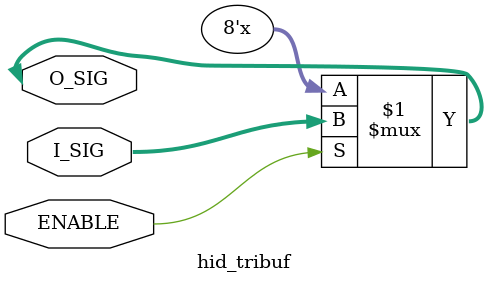
<source format=v>
module hid_tribuf( I_SIG, ENABLE, O_SIG);
  parameter integer width = 8;
  input [width-1:0] I_SIG;
  input ENABLE;
  inout [width-1:0] O_SIG;
  assign O_SIG = (ENABLE) ? I_SIG : { width{1'bz}};
endmodule
</source>
